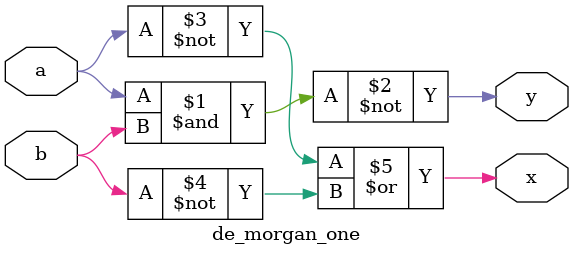
<source format=v>
module de_morgan_one(a,b,x,y);
	input a,b;
	output y;
	output x;
	assign y=~(a&b);
	assign x=~(a)|~(b);
endmodule
</source>
